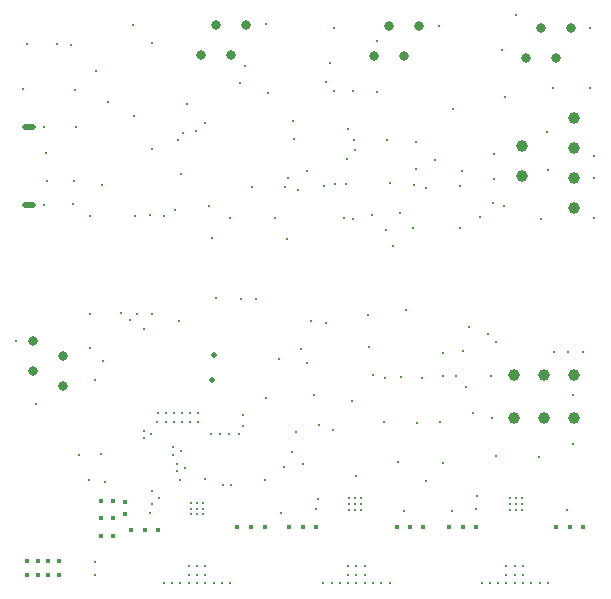
<source format=gbr>
%TF.GenerationSoftware,KiCad,Pcbnew,9.0.5-9.0.5~ubuntu24.04.1*%
%TF.CreationDate,2025-11-10T23:19:47+02:00*%
%TF.ProjectId,picr_1_9tdi,70696372-5f31-45f3-9974-64692e6b6963,1*%
%TF.SameCoordinates,Original*%
%TF.FileFunction,Plated,1,4,PTH,Mixed*%
%TF.FilePolarity,Positive*%
%FSLAX46Y46*%
G04 Gerber Fmt 4.6, Leading zero omitted, Abs format (unit mm)*
G04 Created by KiCad (PCBNEW 9.0.5-9.0.5~ubuntu24.04.1) date 2025-11-10 23:19:47*
%MOMM*%
%LPD*%
G01*
G04 APERTURE LIST*
%TA.AperFunction,ViaDrill*%
%ADD10C,0.200000*%
%TD*%
%TA.AperFunction,ViaDrill*%
%ADD11C,0.300000*%
%TD*%
%TA.AperFunction,ViaDrill*%
%ADD12C,0.400000*%
%TD*%
%TA.AperFunction,ViaDrill*%
%ADD13C,0.500000*%
%TD*%
G04 aperture for slot hole*
%TA.AperFunction,ComponentDrill*%
%ADD14C,0.500000*%
%TD*%
%TA.AperFunction,ComponentDrill*%
%ADD15C,0.800000*%
%TD*%
%TA.AperFunction,ComponentDrill*%
%ADD16C,1.000000*%
%TD*%
G04 APERTURE END LIST*
D10*
X83200000Y-109500000D03*
X83200000Y-110000000D03*
X83200000Y-110500000D03*
X83700000Y-109500000D03*
X83700000Y-110000000D03*
X83700000Y-110500000D03*
X84200000Y-109500000D03*
X84200000Y-110000000D03*
X84200000Y-110500000D03*
X96600000Y-109100000D03*
X96600000Y-109600000D03*
X96600000Y-110100000D03*
X97100000Y-109100000D03*
X97100000Y-109600000D03*
X97100000Y-110100000D03*
X97600000Y-109100000D03*
X97600000Y-109600000D03*
X97600000Y-110100000D03*
X110200000Y-109100000D03*
X110200000Y-109600000D03*
X110200000Y-110100000D03*
X110700000Y-109100000D03*
X110700000Y-109600000D03*
X110700000Y-110100000D03*
X111200000Y-109100000D03*
X111200000Y-109600000D03*
X111200000Y-110100000D03*
D11*
X68400000Y-95800000D03*
X69000000Y-74510000D03*
X69280000Y-70700000D03*
X70060000Y-101150000D03*
X70725000Y-84275000D03*
X70775000Y-77700000D03*
X70950000Y-79900000D03*
X71000000Y-82300000D03*
X71810000Y-70710000D03*
X73070000Y-70790000D03*
X73200000Y-84200000D03*
X73300000Y-82300000D03*
X73400000Y-74580000D03*
X73475000Y-77700000D03*
X73730735Y-105479265D03*
X74525000Y-107575000D03*
X74660000Y-85200000D03*
X74660000Y-93540000D03*
X74660000Y-96390000D03*
X75050000Y-99150000D03*
X75050000Y-115650000D03*
X75100000Y-114550000D03*
X75150000Y-72960000D03*
X75550000Y-105400000D03*
X75640000Y-82630000D03*
X75700000Y-97540000D03*
X75890000Y-107780000D03*
X76150000Y-75570000D03*
X77250000Y-93414579D03*
X77987851Y-94014579D03*
X78300000Y-69100000D03*
X78400000Y-76750000D03*
X78470000Y-85210000D03*
X78609659Y-93511232D03*
X79200000Y-94800000D03*
X79200000Y-103400000D03*
X79200000Y-104000000D03*
X79677200Y-110384579D03*
X79720000Y-85180000D03*
X79800000Y-103700000D03*
X79850000Y-70600000D03*
X79870000Y-108490000D03*
X79885421Y-109612149D03*
X79900000Y-79600000D03*
X79900707Y-93500706D03*
X80350000Y-102640000D03*
X80360000Y-101890000D03*
X80500000Y-109100000D03*
X80900000Y-116300000D03*
X80908883Y-85263162D03*
X81040000Y-102650000D03*
X81050000Y-101910000D03*
X81600000Y-116300000D03*
X81700000Y-104800000D03*
X81700000Y-105450000D03*
X81720000Y-102670000D03*
X81730000Y-101920000D03*
X81875000Y-84700000D03*
X82000000Y-106200000D03*
X82000000Y-106850000D03*
X82048846Y-78801484D03*
X82200000Y-94100000D03*
X82300000Y-107600000D03*
X82300000Y-116300000D03*
X82350000Y-105100000D03*
X82370000Y-81670000D03*
X82410000Y-101930000D03*
X82410000Y-102680000D03*
X82540000Y-78170000D03*
X82650000Y-106550000D03*
X82890000Y-75760000D03*
X83000000Y-114900000D03*
X83000000Y-115600000D03*
X83000000Y-116300000D03*
X83090000Y-102700000D03*
X83100000Y-101930000D03*
X83625000Y-78010000D03*
X83700000Y-114900000D03*
X83700000Y-115600000D03*
X83700000Y-116300000D03*
X83770000Y-101950000D03*
X83790000Y-102690000D03*
X84375000Y-77400000D03*
X84400000Y-107500000D03*
X84400000Y-114900000D03*
X84400000Y-115600000D03*
X84400000Y-116300000D03*
X84700000Y-84380000D03*
X84880000Y-103720000D03*
X85000000Y-87100000D03*
X85100000Y-116300000D03*
X85325000Y-92200000D03*
X85650000Y-103710000D03*
X85800000Y-116300000D03*
X85875000Y-108000000D03*
X86440000Y-103700000D03*
X86500000Y-85425000D03*
X86500000Y-116300000D03*
X86600000Y-108000000D03*
X87230000Y-103670000D03*
X87300000Y-74000000D03*
X87450000Y-92230000D03*
X87600000Y-102100000D03*
X87600000Y-103000000D03*
X87800000Y-72500000D03*
X88330000Y-82740000D03*
X88680000Y-92240000D03*
X89490000Y-107600000D03*
X89550000Y-69000000D03*
X89560000Y-100660000D03*
X89674265Y-74825735D03*
X90310000Y-85425000D03*
X90600000Y-97300000D03*
X90796979Y-110335723D03*
X91090000Y-106450000D03*
X91175000Y-82800000D03*
X91300000Y-87200000D03*
X91435636Y-82043645D03*
X91700000Y-105200000D03*
X91800000Y-77200000D03*
X91900000Y-78700000D03*
X92080000Y-103500000D03*
X92225000Y-82990000D03*
X92500000Y-96500000D03*
X92700000Y-106220000D03*
X93000000Y-81400000D03*
X93000000Y-97700000D03*
X93360000Y-94120000D03*
X93600000Y-100400000D03*
X93800000Y-109999685D03*
X93931587Y-109210579D03*
X94050000Y-102950000D03*
X94400000Y-116300000D03*
X94475000Y-82700000D03*
X94600000Y-73900000D03*
X94630000Y-94250000D03*
X95000000Y-72250000D03*
X95100000Y-116300000D03*
X95240000Y-103328626D03*
X95275000Y-69300000D03*
X95300000Y-74650000D03*
X95411765Y-82561765D03*
X95800000Y-116300000D03*
X96125000Y-85400000D03*
X96300000Y-82562765D03*
X96362528Y-80388943D03*
X96500000Y-77850000D03*
X96500000Y-114900000D03*
X96500000Y-115600000D03*
X96500000Y-116300000D03*
X96800000Y-100900000D03*
X96900000Y-74650000D03*
X96918425Y-85502377D03*
X96960000Y-78800000D03*
X97060000Y-79625000D03*
X97130000Y-107220000D03*
X97200000Y-114900000D03*
X97200000Y-115600000D03*
X97200000Y-116300000D03*
X97900000Y-114900000D03*
X97900000Y-115600000D03*
X97900000Y-116300000D03*
X98200000Y-93600000D03*
X98225000Y-96325000D03*
X98480240Y-85119760D03*
X98600000Y-98700000D03*
X98600000Y-116300000D03*
X98900000Y-74750000D03*
X98940000Y-70430000D03*
X99300000Y-116300000D03*
X99510000Y-102680000D03*
X99634313Y-98934313D03*
X99700000Y-86425000D03*
X99750000Y-78800000D03*
X100000000Y-116300000D03*
X100050000Y-82450000D03*
X100250000Y-87800000D03*
X100730000Y-106060000D03*
X100850000Y-84950000D03*
X101000000Y-98900000D03*
X101200000Y-110250000D03*
X101425000Y-93171000D03*
X102020000Y-86210000D03*
X102070000Y-82600000D03*
X102200000Y-81225000D03*
X102230000Y-78990000D03*
X102330000Y-102720000D03*
X102730000Y-98990000D03*
X103050000Y-82825000D03*
X103080000Y-107640000D03*
X103840000Y-80490000D03*
X104150000Y-69150000D03*
X104300000Y-102700000D03*
X104500000Y-98800000D03*
X104500000Y-106180000D03*
X104540000Y-96800000D03*
X105300000Y-110208038D03*
X105400000Y-76200000D03*
X105600000Y-98800000D03*
X105975000Y-82675000D03*
X106000000Y-86250000D03*
X106113235Y-81411765D03*
X106250000Y-96650000D03*
X106500000Y-99700000D03*
X106700000Y-94600000D03*
X107100000Y-101900000D03*
X107300000Y-109999685D03*
X107400000Y-108900000D03*
X107680000Y-85350000D03*
X107800000Y-116300000D03*
X108300000Y-95200000D03*
X108500000Y-116300000D03*
X108600000Y-98750000D03*
X108700000Y-102350000D03*
X108800000Y-84100000D03*
X108810000Y-79950000D03*
X108810000Y-82100000D03*
X109012500Y-95887500D03*
X109050000Y-105550000D03*
X109200000Y-116300000D03*
X109550000Y-71200000D03*
X109700000Y-84350000D03*
X109770000Y-75170000D03*
X109900000Y-114900000D03*
X109900000Y-115600000D03*
X109900000Y-116300000D03*
X110600000Y-114900000D03*
X110600000Y-115600000D03*
X110600000Y-116300000D03*
X110700000Y-68250000D03*
X111300000Y-114900000D03*
X111300000Y-115600000D03*
X111300000Y-116300000D03*
X112000000Y-116300000D03*
X112620000Y-105600000D03*
X112700000Y-116300000D03*
X112850000Y-85470000D03*
X113350000Y-78100000D03*
X113400000Y-81350000D03*
X113400000Y-116300000D03*
X113850000Y-74400000D03*
X113950000Y-96750000D03*
X115000000Y-110150000D03*
X115100000Y-96750000D03*
X115500000Y-100400000D03*
X115500000Y-104500000D03*
X116350000Y-96750000D03*
X116981568Y-69294576D03*
X117000000Y-74400000D03*
X117350000Y-80150000D03*
X117350000Y-82000000D03*
X117350000Y-85400000D03*
D12*
X69300000Y-114400000D03*
X69300000Y-115650000D03*
X70200000Y-114400000D03*
X70200000Y-115650000D03*
X71100000Y-114400000D03*
X71100000Y-115650000D03*
X72000000Y-114400000D03*
X72000000Y-115650000D03*
X75600000Y-109400000D03*
X75600000Y-110800000D03*
X75600000Y-112300000D03*
X76600000Y-109400000D03*
X76600000Y-110800000D03*
X76600000Y-112300000D03*
X77625000Y-109425000D03*
X77625000Y-110475000D03*
X78100000Y-111800000D03*
X79300000Y-111800000D03*
X80400000Y-111800000D03*
X87075000Y-111550000D03*
X88275000Y-111550000D03*
X89450000Y-111550000D03*
X91500000Y-111600000D03*
X92700000Y-111600000D03*
X93800000Y-111600000D03*
X100600000Y-111600000D03*
X101750000Y-111575000D03*
X102825000Y-111575000D03*
X105000000Y-111600000D03*
X106200000Y-111600000D03*
X107300000Y-111600000D03*
X114100000Y-111600000D03*
X115300000Y-111600000D03*
X116400000Y-111600000D03*
D13*
X85000000Y-99150000D03*
X85100000Y-97000000D03*
D14*
%TO.C,J1*%
X69850000Y-77700000D02*
X69150000Y-77700000D01*
X69850000Y-84300000D02*
X69150000Y-84300000D01*
D15*
%TO.C,U15*%
X69800000Y-95810000D03*
X69800000Y-98350000D03*
X72340000Y-97080000D03*
X72340000Y-99620000D03*
%TO.C,U10*%
X84035000Y-71575000D03*
X85305000Y-69035000D03*
X86575000Y-71575000D03*
X87845000Y-69035000D03*
%TO.C,U9*%
X98645000Y-71720000D03*
X99915000Y-69180000D03*
X101185000Y-71720000D03*
X102455000Y-69180000D03*
%TO.C,U11*%
X111565000Y-71840000D03*
X112835000Y-69300000D03*
X114105000Y-71840000D03*
X115375000Y-69300000D03*
D16*
%TO.C,J6*%
X110500000Y-98700000D03*
%TO.C,J4*%
X110520000Y-102300000D03*
%TO.C,J5*%
X111200000Y-79310000D03*
X111200000Y-81850000D03*
%TO.C,J6*%
X113040000Y-98700000D03*
%TO.C,J4*%
X113060000Y-102300000D03*
%TO.C,J6*%
X115580000Y-98700000D03*
%TO.C,J3*%
X115600000Y-76920000D03*
X115600000Y-79460000D03*
X115600000Y-82000000D03*
X115600000Y-84540000D03*
%TO.C,J4*%
X115600000Y-102300000D03*
M02*

</source>
